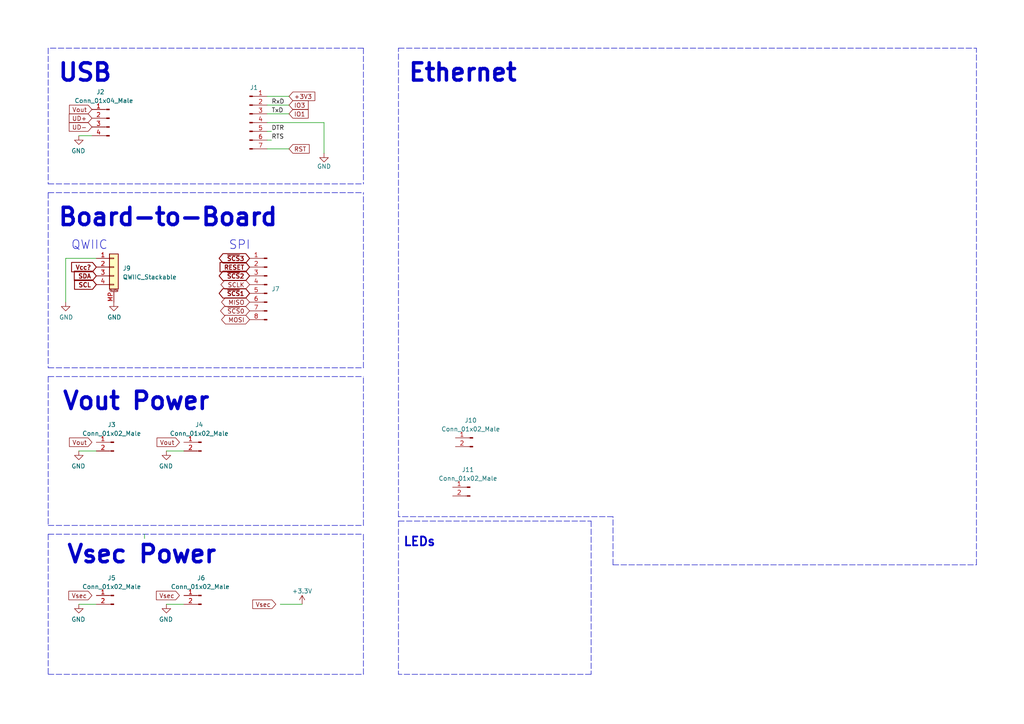
<source format=kicad_sch>
(kicad_sch (version 20211123) (generator eeschema)
  (paper "A4")
  (title_block (title "POE Spacer") (rev "0.0.0") (company "The Nerd Mage"))
  (lib_symbols
    (symbol "Connector:Conn_01x02_Male" (pin_names (offset 1.016) hide)
      (property "Reference" "J" (at 0 2.54 0))
      (property "Value" "Conn_01x02_Male" (at 0 -5.08 0))
      (symbol "Conn_01x02_Male_1_1"
        (polyline (pts (xy 1.27 -2.54) (xy 0.8636 -2.54)) (stroke (width 0.1524)))
        (polyline (pts (xy 1.27 0) (xy 0.8636 0)) (stroke (width 0.1524)))
        (rectangle (start 0.8636 -2.413) (end 0 -2.667) (stroke (width 0.1524)) (fill (type outline)))
        (rectangle (start 0.8636 0.127) (end 0 -0.127) (stroke (width 0.1524)) (fill (type outline)))
        (pin passive line (at 5.08 0 180) (length 3.81) (name "Pin_1") (number "1"))
        (pin passive line (at 5.08 -2.54 180) (length 3.81) (name "Pin_2") (number "2"))
      )
    )
    (symbol "Connector:Conn_01x04_Male" (pin_names (offset 1.016) hide)
      (property "Reference" "J" (at 0 5.08 0))
      (property "Value" "Conn_01x04_Male" (at 0 -7.62 0))
      (symbol "Conn_01x04_Male_1_1"
        (polyline (pts (xy 1.27 -5.08) (xy 0.8636 -5.08)) (stroke (width 0.1524)))
        (polyline (pts (xy 1.27 -2.54) (xy 0.8636 -2.54)) (stroke (width 0.1524)))
        (polyline (pts (xy 1.27 0) (xy 0.8636 0)) (stroke (width 0.1524)))
        (polyline (pts (xy 1.27 2.54) (xy 0.8636 2.54)) (stroke (width 0.1524)))
        (rectangle (start 0.8636 -4.953) (end 0 -5.207) (stroke (width 0.1524)) (fill (type outline)))
        (rectangle (start 0.8636 -2.413) (end 0 -2.667) (stroke (width 0.1524)) (fill (type outline)))
        (rectangle (start 0.8636 0.127) (end 0 -0.127) (stroke (width 0.1524)) (fill (type outline)))
        (rectangle (start 0.8636 2.667) (end 0 2.413) (stroke (width 0.1524)) (fill (type outline)))
        (pin passive line (at 5.08 2.54 180) (length 3.81) (name "Pin_1") (number "1"))
        (pin passive line (at 5.08 0 180) (length 3.81) (name "Pin_2") (number "2"))
        (pin passive line (at 5.08 -2.54 180) (length 3.81) (name "Pin_3") (number "3"))
        (pin passive line (at 5.08 -5.08 180) (length 3.81) (name "Pin_4") (number "4"))
      )
    )
    (symbol "Connector:Conn_01x07_Male" (pin_names (offset 1.016) hide)
      (property "Reference" "J" (at 0 10.16 0))
      (property "Value" "Conn_01x07_Male" (at 0 -10.16 0))
      (symbol "Conn_01x07_Male_1_1"
        (polyline (pts (xy 1.27 -7.62) (xy 0.8636 -7.62)) (stroke (width 0.1524)))
        (polyline (pts (xy 1.27 -5.08) (xy 0.8636 -5.08)) (stroke (width 0.1524)))
        (polyline (pts (xy 1.27 -2.54) (xy 0.8636 -2.54)) (stroke (width 0.1524)))
        (polyline (pts (xy 1.27 0) (xy 0.8636 0)) (stroke (width 0.1524)))
        (polyline (pts (xy 1.27 2.54) (xy 0.8636 2.54)) (stroke (width 0.1524)))
        (polyline (pts (xy 1.27 5.08) (xy 0.8636 5.08)) (stroke (width 0.1524)))
        (polyline (pts (xy 1.27 7.62) (xy 0.8636 7.62)) (stroke (width 0.1524)))
        (rectangle (start 0.8636 -7.493) (end 0 -7.747) (stroke (width 0.1524)) (fill (type outline)))
        (rectangle (start 0.8636 -4.953) (end 0 -5.207) (stroke (width 0.1524)) (fill (type outline)))
        (rectangle (start 0.8636 -2.413) (end 0 -2.667) (stroke (width 0.1524)) (fill (type outline)))
        (rectangle (start 0.8636 0.127) (end 0 -0.127) (stroke (width 0.1524)) (fill (type outline)))
        (rectangle (start 0.8636 2.667) (end 0 2.413) (stroke (width 0.1524)) (fill (type outline)))
        (rectangle (start 0.8636 5.207) (end 0 4.953) (stroke (width 0.1524)) (fill (type outline)))
        (rectangle (start 0.8636 7.747) (end 0 7.493) (stroke (width 0.1524)) (fill (type outline)))
        (pin passive line (at 5.08 7.62 180) (length 3.81) (name "Pin_1") (number "1"))
        (pin passive line (at 5.08 5.08 180) (length 3.81) (name "Pin_2") (number "2"))
        (pin passive line (at 5.08 2.54 180) (length 3.81) (name "Pin_3") (number "3"))
        (pin passive line (at 5.08 0 180) (length 3.81) (name "Pin_4") (number "4"))
        (pin passive line (at 5.08 -2.54 180) (length 3.81) (name "Pin_5") (number "5"))
        (pin passive line (at 5.08 -5.08 180) (length 3.81) (name "Pin_6") (number "6"))
        (pin passive line (at 5.08 -7.62 180) (length 3.81) (name "Pin_7") (number "7"))
      )
    )
    (symbol "Connector:Conn_01x08_Male" (pin_names (offset 1.016) hide)
      (property "Reference" "J" (at 0 10.16 0))
      (property "Value" "Conn_01x08_Male" (at 0 -12.7 0))
      (symbol "Conn_01x08_Male_1_1"
        (polyline (pts (xy 1.27 -10.16) (xy 0.8636 -10.16)) (stroke (width 0.1524)))
        (polyline (pts (xy 1.27 -7.62) (xy 0.8636 -7.62)) (stroke (width 0.1524)))
        (polyline (pts (xy 1.27 -5.08) (xy 0.8636 -5.08)) (stroke (width 0.1524)))
        (polyline (pts (xy 1.27 -2.54) (xy 0.8636 -2.54)) (stroke (width 0.1524)))
        (polyline (pts (xy 1.27 0) (xy 0.8636 0)) (stroke (width 0.1524)))
        (polyline (pts (xy 1.27 2.54) (xy 0.8636 2.54)) (stroke (width 0.1524)))
        (polyline (pts (xy 1.27 5.08) (xy 0.8636 5.08)) (stroke (width 0.1524)))
        (polyline (pts (xy 1.27 7.62) (xy 0.8636 7.62)) (stroke (width 0.1524)))
        (rectangle (start 0.8636 -10.033) (end 0 -10.287) (stroke (width 0.1524)) (fill (type outline)))
        (rectangle (start 0.8636 -7.493) (end 0 -7.747) (stroke (width 0.1524)) (fill (type outline)))
        (rectangle (start 0.8636 -4.953) (end 0 -5.207) (stroke (width 0.1524)) (fill (type outline)))
        (rectangle (start 0.8636 -2.413) (end 0 -2.667) (stroke (width 0.1524)) (fill (type outline)))
        (rectangle (start 0.8636 0.127) (end 0 -0.127) (stroke (width 0.1524)) (fill (type outline)))
        (rectangle (start 0.8636 2.667) (end 0 2.413) (stroke (width 0.1524)) (fill (type outline)))
        (rectangle (start 0.8636 5.207) (end 0 4.953) (stroke (width 0.1524)) (fill (type outline)))
        (rectangle (start 0.8636 7.747) (end 0 7.493) (stroke (width 0.1524)) (fill (type outline)))
        (pin passive line (at 5.08 7.62 180) (length 3.81) (name "Pin_1") (number "1"))
        (pin passive line (at 5.08 5.08 180) (length 3.81) (name "Pin_2") (number "2"))
        (pin passive line (at 5.08 2.54 180) (length 3.81) (name "Pin_3") (number "3"))
        (pin passive line (at 5.08 0 180) (length 3.81) (name "Pin_4") (number "4"))
        (pin passive line (at 5.08 -2.54 180) (length 3.81) (name "Pin_5") (number "5"))
        (pin passive line (at 5.08 -5.08 180) (length 3.81) (name "Pin_6") (number "6"))
        (pin passive line (at 5.08 -7.62 180) (length 3.81) (name "Pin_7") (number "7"))
        (pin passive line (at 5.08 -10.16 180) (length 3.81) (name "Pin_8") (number "8"))
      )
    )
    (symbol "Connector_QWIIC_Stackable:QWIIC_Stackable" (pin_names (offset 1.016) hide)
      (property "Reference" "J" (at 0 5.08 0))
      (property "Value" "QWIIC_Stackable" (at 1.27 -7.62 0))
      (symbol "QWIIC_Stackable_1_1"
        (rectangle (start -1.27 -4.953) (end 0 -5.207) (stroke (width 0.1524)))
        (rectangle (start -1.27 -2.413) (end 0 -2.667) (stroke (width 0.1524)))
        (rectangle (start -1.27 0.127) (end 0 -0.127) (stroke (width 0.1524)))
        (rectangle (start -1.27 2.667) (end 0 2.413) (stroke (width 0.1524)))
        (rectangle (start -1.27 3.81) (end 1.27 -6.35) (stroke (width 0.254)) (fill (type background)))
        (polyline (pts (xy -1.016 -7.112) (xy 1.016 -7.112)) (stroke (width 0.1524)))
        (text "Mounting" (at 0 -6.731 0) (effects (font (size 0.381 0.381))))
        (pin passive line (at -5.08 2.54 0) (length 3.81) (name "Pin_1") (number "1"))
        (pin passive line (at -5.08 0 0) (length 3.81) (name "Pin_2") (number "2"))
        (pin passive line (at -5.08 -2.54 0) (length 3.81) (name "Pin_3") (number "3"))
        (pin passive line (at -5.08 -5.08 0) (length 3.81) (name "Pin_4") (number "4"))
        (pin passive line (at 0 -10.16 90) (length 3.048) (name "MountPin") (number "MP"))
      )
    )
    (symbol "power:+3.3V" (power) (pin_names (offset 0))
      (property "Value" "+3.3V" (at 0 3.556 0))
      (symbol "+3.3V_0_1"
        (polyline (pts (xy -0.762 1.27) (xy 0 2.54)))
        (polyline (pts (xy 0 0) (xy 0 2.54)))
        (polyline (pts (xy 0 2.54) (xy 0.762 1.27)))
      )
      (symbol "+3.3V_1_1"
        (pin power_in line (at 0 0 90) (length 0) hide (name "+3.3V") (number "1"))
      )
    )
    (symbol "power:GND" (power) (pin_names (offset 0))
      (property "Value" "GND" (at 0 -3.81 0))
      (symbol "GND_0_1"
        (polyline (pts (xy 0 0) (xy 0 -1.27) (xy 1.27 -1.27) (xy 0 -2.54) (xy -1.27 -1.27) (xy 0 -1.27)))
      )
      (symbol "GND_1_1"
        (pin power_in line (at 0 0 270) (length 0) hide (name "GND") (number "1"))
      )
    )
  )
  (polyline (pts (xy 303.53 15.24) (xy 303.53 20.32)))
  (polyline (pts (xy -3.81 109.22) (xy -3.81 58.42)))
  (polyline (pts (xy 115.57 151.13) (xy 171.45 151.13)))
  (polyline (pts (xy 105.41 13.97) (xy 105.41 53.34)))
  (wire (pts (xy 77.47 27.94) (xy 83.82 27.94)))
  (polyline (pts (xy 105.41 13.97) (xy 13.97 13.97)))
  (polyline (pts (xy 13.97 152.4) (xy 105.41 152.4)))
  (polyline (pts (xy 115.57 151.13) (xy 115.57 195.58)))
  (polyline (pts (xy 13.97 55.88) (xy 105.41 55.88)))
  (polyline (pts (xy 105.41 152.4) (xy 105.41 109.22)))
  (wire (pts (xy 77.47 33.02) (xy 83.82 33.02)))
  (wire (pts (xy 27.94 74.93) (xy 19.05 74.93)))
  (polyline (pts (xy 13.97 154.94) (xy 105.41 154.94)))
  (polyline (pts (xy 13.97 109.22) (xy 13.97 152.4)))
  (polyline (pts (xy 171.45 195.58) (xy 115.57 195.58)))
  (polyline (pts (xy 13.97 195.58) (xy 105.41 195.58)))
  (wire (pts (xy 26.67 39.37) (xy 22.86 39.37)))
  (polyline (pts (xy 13.97 53.34) (xy 105.41 53.34)))
  (polyline (pts (xy 115.57 149.86) (xy 115.57 13.97)))
  (polyline (pts (xy 105.41 195.58) (xy 105.41 154.94)))
  (polyline (pts (xy 13.97 154.94) (xy 13.97 195.58)))
  (wire (pts (xy 77.47 43.18) (xy 83.82 43.18)))
  (polyline (pts (xy 115.57 13.97) (xy 283.21 13.97)))
  (polyline (pts (xy 177.8 149.86) (xy 115.57 149.86)))
  (polyline (pts (xy 13.97 13.97) (xy 13.97 53.34)))
  (wire (pts (xy 93.98 35.56) (xy 77.47 35.56)))
  (wire (pts (xy 48.26 130.81) (xy 53.34 130.81)))
  (wire (pts (xy 22.86 130.81) (xy 27.94 130.81)))
  (wire (pts (xy 77.47 40.64) (xy 78.74 40.64)))
  (polyline (pts (xy 177.8 163.83) (xy 177.8 149.86)))
  (wire (pts (xy 77.47 30.48) (xy 83.82 30.48)))
  (wire (pts (xy 41.91 156.21) (xy 41.91 154.94)))
  (polyline (pts (xy 13.97 106.68) (xy 105.41 106.68)))
  (wire (pts (xy 48.26 175.26) (xy 53.34 175.26)))
  (wire (pts (xy 93.98 44.45) (xy 93.98 35.56)))
  (polyline (pts (xy 177.8 163.83) (xy 283.21 163.83)))
  (polyline (pts (xy 13.97 55.88) (xy 13.97 106.68)))
  (wire (pts (xy 19.05 74.93) (xy 19.05 87.63)))
  (polyline (pts (xy 171.45 151.13) (xy 171.45 195.58)))
  (wire (pts (xy 81.28 175.26) (xy 87.63 175.26)))
  (wire (pts (xy 77.47 38.1) (xy 78.74 38.1)))
  (polyline (pts (xy 283.21 163.83) (xy 283.21 13.97)))
  (polyline (pts (xy 13.97 109.22) (xy 105.41 109.22)))
  (polyline (pts (xy 105.41 106.68) (xy 105.41 55.88)))
  (wire (pts (xy 22.86 175.26) (xy 27.94 175.26)))
  (text "Vsec Power" (at 19.05 163.83 0) (effects (font (size 5 5) (thickness 1) bold) (justify left bottom)))
  (text "Vout Power" (at 17.78 119.38 0) (effects (font (size 5 5) (thickness 1) bold) (justify left bottom)))
  (text "QWIIC" (at 20.5922 72.6475 0) (effects (font (size 2.54 2.54)) (justify left bottom)))
  (text "Board-to-Board" (at 16.51 66.04 0) (effects (font (size 5 5) (thickness 1) bold) (justify left bottom)))
  (text "USB" (at 16.51 24.13 0) (effects (font (size 5 5) (thickness 1) bold) (justify left bottom)))
  (text "Ethernet" (at 118.11 24.13 0) (effects (font (size 5 5) (thickness 1) bold) (justify left bottom)))
  (text "SPI" (at 66.3122 72.6475 0) (effects (font (size 2.54 2.54)) (justify left bottom)))
  (text "LEDs" (at 116.84 158.75 180) (effects (font (size 2.54 2.54) (thickness 0.508) bold) (justify left bottom)))
  (label "TxD" (at 78.74 33.02 0))
  (label "DTR" (at 78.74 38.1 0))
  (label "RTS" (at 78.74 40.64 0))
  (label "RxD" (at 78.74 30.48 0))
  (global_label "RESET" (shape input) (at 72.39 77.47 180) (effects (font (thickness 0.254) bold)) (property "Intersheet References" "${INTERSHEET_REFS}" (effects hide)))
  (global_label "Vcc?" (shape input) (at 27.94 77.47 180) (effects (font (thickness 0.254) bold)) (property "Intersheet References" "${INTERSHEET_REFS}" (effects hide)))
  (global_label "Vout" (shape input) (at 26.67 31.75 180) (property "Intersheet References" "${INTERSHEET_REFS}" (effects hide)))
  (global_label "MISO" (shape bidirectional) (at 72.39 87.63 180) (property "Intersheet References" "${INTERSHEET_REFS}" (effects hide)))
  (global_label "Vout" (shape input) (at 26.67 128.27 180) (property "Intersheet References" "${INTERSHEET_REFS}" (effects hide)))
  (global_label "IO3" (shape input) (at 83.82 30.48 0) (property "Intersheet References" "${INTERSHEET_REFS}" (effects hide)))
  (global_label "Vsec" (shape input) (at 80.01 175.26 180) (property "Intersheet References" "${INTERSHEET_REFS}" (effects hide)))
  (global_label "Vout" (shape input) (at 52.07 128.27 180) (property "Intersheet References" "${INTERSHEET_REFS}" (effects hide)))
  (global_label "Vsec" (shape input) (at 26.67 172.72 180) (property "Intersheet References" "${INTERSHEET_REFS}" (effects hide)))
  (global_label "IO1" (shape input) (at 83.82 33.02 0) (property "Intersheet References" "${INTERSHEET_REFS}" (effects hide)))
  (global_label "~{SCS}1" (shape bidirectional) (at 72.39 85.09 180) (effects (font (thickness 0.254) bold)) (property "Intersheet References" "${INTERSHEET_REFS}" (effects hide)))
  (global_label "UD-" (shape input) (at 26.67 36.83 180) (property "Intersheet References" "${INTERSHEET_REFS}" (effects hide)))
  (global_label "~{SCS}0" (shape bidirectional) (at 72.39 90.17 180) (property "Intersheet References" "${INTERSHEET_REFS}" (effects hide)))
  (global_label "SDA" (shape input) (at 27.94 80.01 180) (effects (font bold)) (property "Intersheet References" "${INTERSHEET_REFS}" (effects hide)))
  (global_label "MOSI" (shape bidirectional) (at 72.39 92.71 180) (property "Intersheet References" "${INTERSHEET_REFS}" (effects hide)))
  (global_label "+3V3" (shape input) (at 83.82 27.94 0) (property "Intersheet References" "${INTERSHEET_REFS}" (effects hide)))
  (global_label "SCL" (shape input) (at 27.94 82.55 180) (effects (font (thickness 0.254) bold)) (property "Intersheet References" "${INTERSHEET_REFS}" (effects hide)))
  (global_label "~{SCS}2" (shape bidirectional) (at 72.39 80.01 180) (effects (font (thickness 0.254) bold)) (property "Intersheet References" "${INTERSHEET_REFS}" (effects hide)))
  (global_label "~{SCS}3" (shape bidirectional) (at 72.39 74.93 180) (effects (font (thickness 0.254) bold)) (property "Intersheet References" "${INTERSHEET_REFS}" (effects hide)))
  (global_label "Vsec" (shape input) (at 52.07 172.72 180) (property "Intersheet References" "${INTERSHEET_REFS}" (effects hide)))
  (global_label "SCLK" (shape bidirectional) (at 72.39 82.55 180) (property "Intersheet References" "${INTERSHEET_REFS}" (effects hide)))
  (global_label "UD+" (shape input) (at 26.67 34.29 180) (property "Intersheet References" "${INTERSHEET_REFS}" (effects hide)))
  (global_label "RST" (shape input) (at 83.82 43.18 0) (property "Intersheet References" "${INTERSHEET_REFS}" (effects hide)))
  (symbol (lib_id "Connector:Conn_01x02_Male") (at 33.02 128.27 0) (mirror y) (unit 1) (in_bom no)
    (property "Reference" "J3" (at 32.385 123.19 0))
    (property "Value" "Conn_01x02_Male" (at 32.385 125.73 0))
    (property "Footprint" "Tinker:Board_Stacker_2" (effects hide))
  )
  (symbol (lib_id "Connector:Conn_01x02_Male") (at 137.16 127 0) (mirror y) (unit 1) (in_bom no)
    (property "Reference" "J10" (at 136.525 121.92 0))
    (property "Value" "Conn_01x02_Male" (at 136.525 124.46 0))
    (property "Footprint" "Tinker:Board_Stacker_2" (effects hide))
  )
  (symbol (lib_id "power:GND") (at 22.86 39.37 0) (mirror y) (unit 1)
    (property "Reference" "#PWR0106" (effects hide))
    (property "Value" "GND" (at 22.733 43.7642 0))
  )
  (symbol (lib_id "Connector:Conn_01x02_Male") (at 58.42 128.27 0) (mirror y) (unit 1) (in_bom no)
    (property "Reference" "J4" (at 57.785 123.19 0))
    (property "Value" "Conn_01x02_Male" (at 57.785 125.73 0))
    (property "Footprint" "Tinker:Board_Stacker_2" (effects hide))
  )
  (symbol (lib_id "power:GND") (at 93.98 44.45 0) (unit 1)
    (property "Reference" "#PWR0103" (effects hide))
    (property "Value" "GND" (at 93.98 48.26 0))
  )
  (symbol (lib_id "power:GND") (at 22.86 130.81 0) (mirror y) (unit 1)
    (property "Reference" "#PWR0104" (effects hide))
    (property "Value" "GND" (at 22.733 135.2042 0))
  )
  (symbol (lib_id "power:GND") (at 48.26 175.26 0) (mirror y) (unit 1)
    (property "Reference" "#PWR0101" (effects hide))
    (property "Value" "GND" (at 48.133 179.6542 0))
  )
  (symbol (lib_id "power:GND") (at 48.26 130.81 0) (mirror y) (unit 1)
    (property "Reference" "#PWR0102" (effects hide))
    (property "Value" "GND" (at 48.133 135.2042 0))
  )
  (symbol (lib_id "power:GND") (at 22.86 175.26 0) (mirror y) (unit 1)
    (property "Reference" "#PWR0120" (effects hide))
    (property "Value" "GND" (at 22.733 179.6542 0))
  )
  (symbol (lib_id "Connector:Conn_01x07_Male") (at 72.39 35.56 0) (unit 1) (in_bom no) (on_board no)
    (property "Reference" "J1" (at 73.66 25.4 0))
    (property "Value" "Conn_01x07_Male" (effects hide))
    (property "Footprint" "Tinker:Board_Stacker_7" (effects hide))
    (property "Note" "Footprint only" (effects hide))
  )
  (symbol (lib_id "Connector_QWIIC_Stackable:QWIIC_Stackable") (at 33.02 77.47 0) (unit 1) (in_bom no)
    (property "Reference" "J9" (at 35.56 77.8255 0) (effects (justify left)))
    (property "Value" "QWIIC_Stackable" (at 35.56 80.3655 0) (effects (justify left)))
    (property "Footprint" "Tinker:QWIIC_Stack_II" (effects hide))
  )
  (symbol (lib_id "Connector:Conn_01x02_Male") (at 58.42 172.72 0) (mirror y) (unit 1) (in_bom no)
    (property "Reference" "J6" (at 57.15 167.64 0) (effects (justify right)))
    (property "Value" "Conn_01x02_Male" (at 49.53 170.18 0) (effects (justify right)))
    (property "Footprint" "Tinker:Board_Stacker_2" (effects hide))
  )
  (symbol (lib_id "power:+3.3V") (at 87.63 175.26 0) (unit 1)
    (property "Reference" "#PWR0116" (effects hide))
    (property "Value" "+3.3V" (at 87.63 171.45 0))
  )
  (symbol (lib_id "power:GND") (at 33.02 87.63 0) (unit 1)
    (property "Reference" "#PWR0123" (effects hide))
    (property "Value" "GND" (at 33.147 92.0242 0))
  )
  (symbol (lib_id "Connector:Conn_01x08_Male") (at 77.47 82.55 0) (mirror y) (unit 1) (in_bom no)
    (property "Reference" "J7" (at 78.74 83.8199 0) (effects (justify right)))
    (property "Value" "Conn_01x08_Male" (effects hide))
    (property "Footprint" "Tinker:PinHeader_2x04_P1.27mm_Vertical" (effects hide))
    (property "LCSC" "C2881786 + C2684732" (effects hide))
  )
  (symbol (lib_id "Connector:Conn_01x02_Male") (at 136.3538 141.3109 0) (mirror y) (unit 1) (in_bom no)
    (property "Reference" "J11" (at 135.7188 136.2309 0))
    (property "Value" "Conn_01x02_Male" (at 135.7188 138.7709 0))
    (property "Footprint" "Tinker:Board_Stacker_2" (effects hide))
  )
  (symbol (lib_id "Connector:Conn_01x04_Male") (at 31.75 34.29 0) (mirror y) (unit 1) (in_bom no)
    (property "Reference" "J2" (at 27.94 26.67 0) (effects (justify right)))
    (property "Value" "Conn_01x04_Male" (at 21.59 29.21 0) (effects (justify right)))
    (property "Footprint" "Tinker:Board_Stacker_4" (effects hide))
  )
  (symbol (lib_id "power:GND") (at 19.05 87.63 0) (unit 1)
    (property "Reference" "#PWR0124" (effects hide))
    (property "Value" "GND" (at 19.177 92.0242 0))
  )
  (symbol (lib_id "Connector:Conn_01x02_Male") (at 33.02 172.72 0) (mirror y) (unit 1) (in_bom no)
    (property "Reference" "J5" (at 32.385 167.64 0))
    (property "Value" "Conn_01x02_Male" (at 32.385 170.18 0))
    (property "Footprint" "Tinker:Board_Stacker_2" (effects hide))
  )
)
</source>
